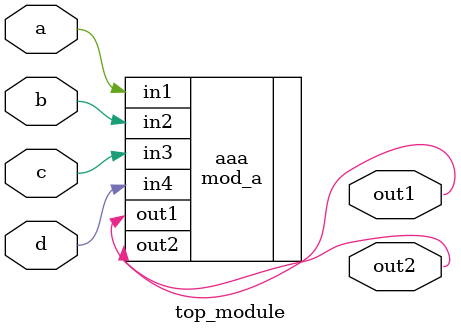
<source format=v>
module top_module ( 
    input a, 
    input b, 
    input c,
    input d,
    output out1,
    output out2
);

    mod_a aaa(.out1(out1), .out2(out2), .in1(a), .in2(b), .in3(c), .in4(d));
endmodule

</source>
